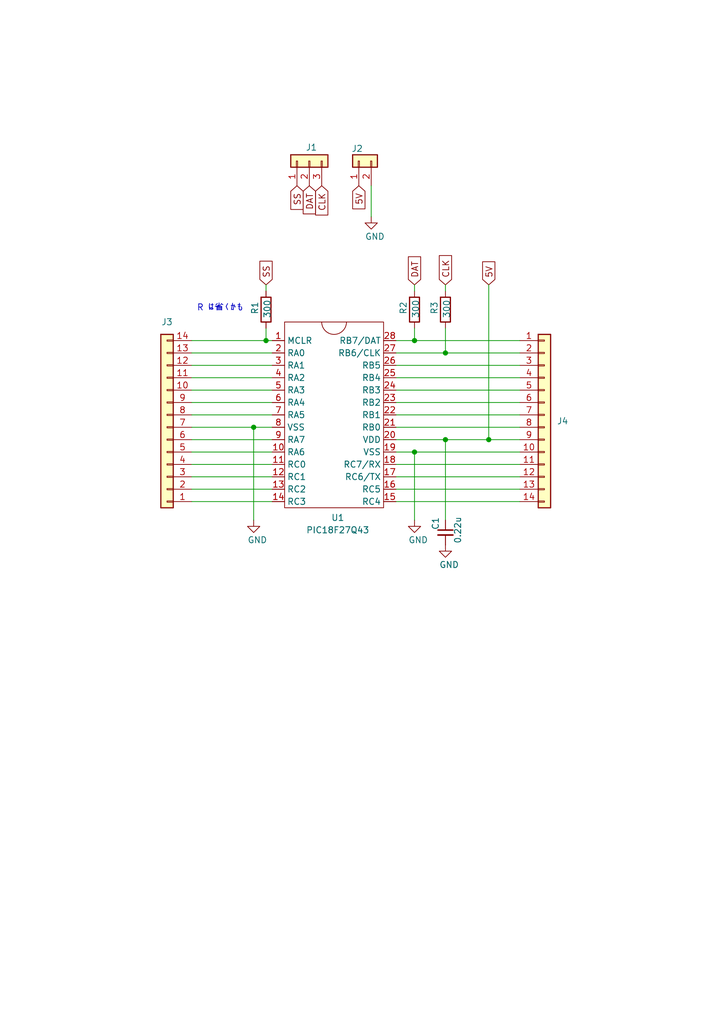
<source format=kicad_sch>
(kicad_sch (version 20250114) (generator "eeschema") (generator_version "9.0")
  (paper "A5" portrait)
  (lib_symbols
    (symbol "0Ore:PIC18F27Q43"
      (property "Reference" "U" (at 0 0 0))
      (symbol "PIC18F27Q43_0_1"
        (rectangle (start -10.16 1.27) (end 10.16 39.37))
        (arc (start 0 36.83) (mid -1.7961 37.5739) (end -2.54 39.37))
        (arc (start 2.54 39.37) (mid 1.7961 37.5739) (end 0 36.83))
      )
      (symbol "PIC18F27Q43_1_1"
        (pin input line (at -12.7 35.56 0) (length 2.54) (name "MCLR") (number "1"))
        (pin input line (at -12.7 33.02 0) (length 2.54) (name "RA0") (number "2"))
        (pin input line (at -12.7 30.48 0) (length 2.54) (name "RA1") (number "3"))
        (pin input line (at -12.7 27.94 0) (length 2.54) (name "RA2") (number "4"))
        (pin input line (at -12.7 25.4 0) (length 2.54) (name "RA3") (number "5"))
        (pin input line (at -12.7 22.86 0) (length 2.54) (name "RA4") (number "6"))
        (pin input line (at -12.7 20.32 0) (length 2.54) (name "RA5") (number "7"))
        (pin input line (at -12.7 17.78 0) (length 2.54) (name "VSS") (number "8"))
        (pin input line (at -12.7 15.24 0) (length 2.54) (name "RA7") (number "9"))
        (pin input line (at -12.7 12.7 0) (length 2.54) (name "RA6") (number "10"))
        (pin input line (at -12.7 10.16 0) (length 2.54) (name "RC0") (number "11"))
        (pin input line (at -12.7 7.62 0) (length 2.54) (name "RC1") (number "12"))
        (pin input line (at -12.7 5.08 0) (length 2.54) (name "RC2") (number "13"))
        (pin input line (at -12.7 2.54 0) (length 2.54) (name "RC3") (number "14"))
        (pin input line (at 12.7 35.56 180) (length 2.54) (name "RB7/DAT") (number "28"))
        (pin input line (at 12.7 33.02 180) (length 2.54) (name "RB6/CLK") (number "27"))
        (pin input line (at 12.7 30.48 180) (length 2.54) (name "RB5") (number "26"))
        (pin input line (at 12.7 27.94 180) (length 2.54) (name "RB4") (number "25"))
        (pin input line (at 12.7 25.4 180) (length 2.54) (name "RB3") (number "24"))
        (pin input line (at 12.7 22.86 180) (length 2.54) (name "RB2") (number "23"))
        (pin input line (at 12.7 20.32 180) (length 2.54) (name "RB1") (number "22"))
        (pin input line (at 12.7 17.78 180) (length 2.54) (name "RB0") (number "21"))
        (pin input line (at 12.7 15.24 180) (length 2.54) (name "VDD") (number "20"))
        (pin input line (at 12.7 12.7 180) (length 2.54) (name "VSS") (number "19"))
        (pin input line (at 12.7 10.16 180) (length 2.54) (name "RC7/RX") (number "18"))
        (pin input line (at 12.7 7.62 180) (length 2.54) (name "RC6/TX") (number "17"))
        (pin input line (at 12.7 5.08 180) (length 2.54) (name "RC5") (number "16"))
        (pin input line (at 12.7 2.54 180) (length 2.54) (name "RC4") (number "15"))
      )
    )
    (symbol "Connector_Generic:Conn_01x02" (pin_names (offset 1.016) (hide yes))
      (property "Reference" "J" (at 0 2.54 0))
      (property "Value" "Conn_01x02" (at 0 -5.08 0))
      (symbol "Conn_01x02_1_1"
        (rectangle (start -1.27 1.27) (end 1.27 -3.81) (stroke (width 0.254)) (fill (type background)))
        (rectangle (start -1.27 0.127) (end 0 -0.127) (stroke (width 0.1524)))
        (rectangle (start -1.27 -2.413) (end 0 -2.667) (stroke (width 0.1524)))
        (pin passive line (at -5.08 0 0) (length 3.81) (name "Pin_1") (number "1"))
        (pin passive line (at -5.08 -2.54 0) (length 3.81) (name "Pin_2") (number "2"))
      )
    )
    (symbol "Connector_Generic:Conn_01x03" (pin_names (offset 1.016) (hide yes))
      (property "Reference" "J" (at 0 5.08 0))
      (property "Value" "Conn_01x03" (at 0 -5.08 0))
      (symbol "Conn_01x03_1_1"
        (rectangle (start -1.27 3.81) (end 1.27 -3.81) (stroke (width 0.254)) (fill (type background)))
        (rectangle (start -1.27 2.667) (end 0 2.413) (stroke (width 0.1524)))
        (rectangle (start -1.27 0.127) (end 0 -0.127) (stroke (width 0.1524)))
        (rectangle (start -1.27 -2.413) (end 0 -2.667) (stroke (width 0.1524)))
        (pin passive line (at -5.08 2.54 0) (length 3.81) (name "Pin_1") (number "1"))
        (pin passive line (at -5.08 0 0) (length 3.81) (name "Pin_2") (number "2"))
        (pin passive line (at -5.08 -2.54 0) (length 3.81) (name "Pin_3") (number "3"))
      )
    )
    (symbol "Connector_Generic:Conn_01x14" (pin_names (offset 1.016) (hide yes))
      (property "Reference" "J" (at 0 17.78 0))
      (property "Value" "Conn_01x14" (at 0 -20.32 0))
      (symbol "Conn_01x14_1_1"
        (rectangle (start -1.27 16.51) (end 1.27 -19.05) (stroke (width 0.254)) (fill (type background)))
        (rectangle (start -1.27 15.367) (end 0 15.113) (stroke (width 0.1524)))
        (rectangle (start -1.27 12.827) (end 0 12.573) (stroke (width 0.1524)))
        (rectangle (start -1.27 10.287) (end 0 10.033) (stroke (width 0.1524)))
        (rectangle (start -1.27 7.747) (end 0 7.493) (stroke (width 0.1524)))
        (rectangle (start -1.27 5.207) (end 0 4.953) (stroke (width 0.1524)))
        (rectangle (start -1.27 2.667) (end 0 2.413) (stroke (width 0.1524)))
        (rectangle (start -1.27 0.127) (end 0 -0.127) (stroke (width 0.1524)))
        (rectangle (start -1.27 -2.413) (end 0 -2.667) (stroke (width 0.1524)))
        (rectangle (start -1.27 -4.953) (end 0 -5.207) (stroke (width 0.1524)))
        (rectangle (start -1.27 -7.493) (end 0 -7.747) (stroke (width 0.1524)))
        (rectangle (start -1.27 -10.033) (end 0 -10.287) (stroke (width 0.1524)))
        (rectangle (start -1.27 -12.573) (end 0 -12.827) (stroke (width 0.1524)))
        (rectangle (start -1.27 -15.113) (end 0 -15.367) (stroke (width 0.1524)))
        (rectangle (start -1.27 -17.653) (end 0 -17.907) (stroke (width 0.1524)))
        (pin passive line (at -5.08 15.24 0) (length 3.81) (name "Pin_1") (number "1"))
        (pin passive line (at -5.08 12.7 0) (length 3.81) (name "Pin_2") (number "2"))
        (pin passive line (at -5.08 10.16 0) (length 3.81) (name "Pin_3") (number "3"))
        (pin passive line (at -5.08 7.62 0) (length 3.81) (name "Pin_4") (number "4"))
        (pin passive line (at -5.08 5.08 0) (length 3.81) (name "Pin_5") (number "5"))
        (pin passive line (at -5.08 2.54 0) (length 3.81) (name "Pin_6") (number "6"))
        (pin passive line (at -5.08 0 0) (length 3.81) (name "Pin_7") (number "7"))
        (pin passive line (at -5.08 -2.54 0) (length 3.81) (name "Pin_8") (number "8"))
        (pin passive line (at -5.08 -5.08 0) (length 3.81) (name "Pin_9") (number "9"))
        (pin passive line (at -5.08 -7.62 0) (length 3.81) (name "Pin_10") (number "10"))
        (pin passive line (at -5.08 -10.16 0) (length 3.81) (name "Pin_11") (number "11"))
        (pin passive line (at -5.08 -12.7 0) (length 3.81) (name "Pin_12") (number "12"))
        (pin passive line (at -5.08 -15.24 0) (length 3.81) (name "Pin_13") (number "13"))
        (pin passive line (at -5.08 -17.78 0) (length 3.81) (name "Pin_14") (number "14"))
      )
    )
    (symbol "Device:C_Small" (pin_numbers (hide yes)) (pin_names (offset 0.254) (hide yes))
      (property "Reference" "C" (at 0.254 1.778 0))
      (property "Value" "C_Small" (at 0.254 -2.032 0))
      (symbol "C_Small_0_1"
        (polyline (pts (xy -1.524 0.508) (xy 1.524 0.508)) (stroke (width 0.3048)))
        (polyline (pts (xy -1.524 -0.508) (xy 1.524 -0.508)) (stroke (width 0.3302)))
      )
      (symbol "C_Small_1_1"
        (pin passive line (at 0 2.54 270) (length 2.032) (name "~") (number "1"))
        (pin passive line (at 0 -2.54 90) (length 2.032) (name "~") (number "2"))
      )
    )
    (symbol "Device:R" (pin_numbers (hide yes)) (pin_names (offset 0))
      (property "Reference" "R" (at 2.032 0 90))
      (property "Value" "R" (at 0 0 90))
      (symbol "R_0_1"
        (rectangle (start -1.016 -2.54) (end 1.016 2.54) (stroke (width 0.254)))
      )
      (symbol "R_1_1"
        (pin passive line (at 0 3.81 270) (length 1.27) (name "~") (number "1"))
        (pin passive line (at 0 -3.81 90) (length 1.27) (name "~") (number "2"))
      )
    )
    (symbol "power:GND" (power) (pin_numbers (hide yes)) (pin_names (offset 0) (hide yes))
      (property "Value" "GND" (at 0 -3.81 0))
      (symbol "GND_0_1"
        (polyline (pts (xy 0 0) (xy 0 -1.27) (xy 1.27 -1.27) (xy 0 -2.54) (xy -1.27 -1.27) (xy 0 -1.27)))
      )
      (symbol "GND_1_1"
        (pin power_in line (at 0 0 270) (length 0) (name "~") (number "1"))
      )
    )
  )
  (text "R は省くかも" (at 45.212 63.246 0) (effects (font (size 1.27 1.27))))
  (junction (at 91.44 90.17))
  (junction (at 52.07 87.63))
  (junction (at 54.61 69.85))
  (junction (at 100.33 90.17))
  (junction (at 91.44 72.39))
  (junction (at 85.09 92.71))
  (junction (at 85.09 69.85))
  (wire (pts (xy 81.28 74.93) (xy 106.68 74.93)))
  (wire (pts (xy 91.44 58.42) (xy 91.44 59.69)))
  (wire (pts (xy 91.44 90.17) (xy 100.33 90.17)))
  (wire (pts (xy 39.37 72.39) (xy 55.88 72.39)))
  (wire (pts (xy 81.28 87.63) (xy 106.68 87.63)))
  (wire (pts (xy 39.37 74.93) (xy 55.88 74.93)))
  (wire (pts (xy 54.61 67.31) (xy 54.61 69.85)))
  (wire (pts (xy 39.37 92.71) (xy 55.88 92.71)))
  (wire (pts (xy 81.28 80.01) (xy 106.68 80.01)))
  (wire (pts (xy 39.37 97.79) (xy 55.88 97.79)))
  (wire (pts (xy 85.09 106.68) (xy 85.09 92.71)))
  (wire (pts (xy 76.2 38.1) (xy 76.2 44.45)))
  (wire (pts (xy 81.28 69.85) (xy 85.09 69.85)))
  (wire (pts (xy 39.37 90.17) (xy 55.88 90.17)))
  (wire (pts (xy 39.37 102.87) (xy 55.88 102.87)))
  (wire (pts (xy 39.37 85.09) (xy 55.88 85.09)))
  (wire (pts (xy 85.09 69.85) (xy 85.09 67.31)))
  (wire (pts (xy 81.28 100.33) (xy 106.68 100.33)))
  (wire (pts (xy 39.37 87.63) (xy 52.07 87.63)))
  (wire (pts (xy 39.37 69.85) (xy 54.61 69.85)))
  (wire (pts (xy 52.07 87.63) (xy 55.88 87.63)))
  (wire (pts (xy 81.28 102.87) (xy 106.68 102.87)))
  (wire (pts (xy 81.28 82.55) (xy 106.68 82.55)))
  (wire (pts (xy 54.61 69.85) (xy 55.88 69.85)))
  (wire (pts (xy 81.28 77.47) (xy 106.68 77.47)))
  (wire (pts (xy 85.09 92.71) (xy 81.28 92.71)))
  (wire (pts (xy 85.09 69.85) (xy 106.68 69.85)))
  (wire (pts (xy 54.61 58.42) (xy 54.61 59.69)))
  (wire (pts (xy 39.37 95.25) (xy 55.88 95.25)))
  (wire (pts (xy 81.28 90.17) (xy 91.44 90.17)))
  (wire (pts (xy 39.37 77.47) (xy 55.88 77.47)))
  (wire (pts (xy 91.44 90.17) (xy 91.44 106.68)))
  (wire (pts (xy 81.28 97.79) (xy 106.68 97.79)))
  (wire (pts (xy 39.37 80.01) (xy 55.88 80.01)))
  (wire (pts (xy 91.44 67.31) (xy 91.44 72.39)))
  (wire (pts (xy 81.28 95.25) (xy 106.68 95.25)))
  (wire (pts (xy 39.37 82.55) (xy 55.88 82.55)))
  (wire (pts (xy 91.44 72.39) (xy 106.68 72.39)))
  (wire (pts (xy 52.07 106.68) (xy 52.07 87.63)))
  (wire (pts (xy 100.33 58.42) (xy 100.33 90.17)))
  (wire (pts (xy 81.28 72.39) (xy 91.44 72.39)))
  (wire (pts (xy 85.09 59.69) (xy 85.09 58.42)))
  (wire (pts (xy 81.28 85.09) (xy 106.68 85.09)))
  (wire (pts (xy 39.37 100.33) (xy 55.88 100.33)))
  (wire (pts (xy 85.09 92.71) (xy 106.68 92.71)))
  (wire (pts (xy 100.33 90.17) (xy 106.68 90.17)))
  (global_label "5V" (shape input) (at 73.66 38.1 270) (property "Intersheetrefs" "${INTERSHEET_REFS}" (effects (hide yes))))
  (global_label "CLK" (shape input) (at 91.44 58.42 90) (property "Intersheetrefs" "${INTERSHEET_REFS}" (effects (hide yes))))
  (global_label "5V" (shape input) (at 100.33 58.42 90) (property "Intersheetrefs" "${INTERSHEET_REFS}" (effects (hide yes))))
  (global_label "CLK" (shape input) (at 66.04 38.1 270) (property "Intersheetrefs" "${INTERSHEET_REFS}" (effects (hide yes))))
  (global_label "DAT" (shape input) (at 85.09 58.42 90) (property "Intersheetrefs" "${INTERSHEET_REFS}" (effects (hide yes))))
  (global_label "SS" (shape input) (at 54.61 58.42 90) (property "Intersheetrefs" "${INTERSHEET_REFS}" (effects (hide yes))))
  (global_label "DAT" (shape input) (at 63.5 38.1 270) (property "Intersheetrefs" "${INTERSHEET_REFS}" (effects (hide yes))))
  (global_label "SS" (shape input) (at 60.96 38.1 270) (property "Intersheetrefs" "${INTERSHEET_REFS}" (effects (hide yes))))
  (symbol (lib_id "Connector_Generic:Conn_01x03") (at 63.5 33.02 90) (unit 1)
    (property "Reference" "J1" (at 62.738 30.226 90) (effects (justify right)))
    (property "Value" "Conn_01x03" (effects (hide yes)))
    (property "Description" "Generic connector, single row, 01x03, script generated (kicad-library-utils/schlib/autogen/connector/)" (effects (hide yes)))
  )
  (symbol (lib_id "Connector_Generic:Conn_01x14") (at 111.76 85.09 0) (unit 1)
    (property "Reference" "J4" (at 114.3 86.3599 0) (effects (justify left)))
    (property "Value" "Conn_01x14" (effects (hide yes)))
    (property "Description" "Generic connector, single row, 01x14, script generated (kicad-library-utils/schlib/autogen/connector/)" (effects (hide yes)))
  )
  (symbol (lib_id "Connector_Generic:Conn_01x14") (at 34.29 87.63 180) (unit 1)
    (property "Reference" "J3" (at 34.29 66.04 0))
    (property "Value" "Conn_01x14" (effects (hide yes)))
    (property "Description" "Generic connector, single row, 01x14, script generated (kicad-library-utils/schlib/autogen/connector/)" (effects (hide yes)))
  )
  (symbol (lib_id "power:GND") (at 85.09 106.68 0) (unit 1)
    (property "Reference" "#PWR03" (effects (hide yes)))
    (property "Value" "GND" (at 85.852 110.744 0))
    (property "Description" "Power symbol creates a global label with name \"GND\" , ground" (effects (hide yes)))
  )
  (symbol (lib_id "power:GND") (at 91.44 111.76 0) (unit 1)
    (property "Reference" "#PWR05" (effects (hide yes)))
    (property "Value" "GND" (at 92.202 115.824 0))
    (property "Description" "Power symbol creates a global label with name \"GND\" , ground" (effects (hide yes)))
  )
  (symbol (lib_id "Device:R") (at 91.44 63.5 0) (unit 1)
    (property "Reference" "R3" (at 89.154 64.516 90) (effects (justify left)))
    (property "Value" "300" (at 91.694 65.278 90) (effects (justify left)))
    (property "Description" "Resistor" (effects (hide yes)))
  )
  (symbol (lib_id "Device:R") (at 85.09 63.5 0) (unit 1)
    (property "Reference" "R2" (at 82.804 64.516 90) (effects (justify left)))
    (property "Value" "300" (at 85.344 65.278 90) (effects (justify left)))
    (property "Description" "Resistor" (effects (hide yes)))
  )
  (symbol (lib_id "0Ore:PIC18F27Q43") (at 68.58 105.41 0) (unit 1)
    (property "Reference" "U1" (at 69.342 106.172 0))
    (property "Value" "PIC18F27Q43" (at 69.342 108.712 0))
  )
  (symbol (lib_id "power:GND") (at 76.2 44.45 0) (unit 1)
    (property "Reference" "#PWR01" (effects (hide yes)))
    (property "Value" "GND" (at 76.962 48.514 0))
    (property "Description" "Power symbol creates a global label with name \"GND\" , ground" (effects (hide yes)))
  )
  (symbol (lib_id "Device:R") (at 54.61 63.5 0) (unit 1)
    (property "Reference" "R1" (at 52.324 64.516 90) (effects (justify left)))
    (property "Value" "300" (at 54.864 65.278 90) (effects (justify left)))
    (property "Description" "Resistor" (effects (hide yes)))
  )
  (symbol (lib_id "Connector_Generic:Conn_01x02") (at 73.66 33.02 90) (unit 1)
    (property "Reference" "J2" (at 72.136 30.48 90) (effects (justify right)))
    (property "Description" "Generic connector, single row, 01x02, script generated (kicad-library-utils/schlib/autogen/connector/)" (effects (hide yes)))
  )
  (symbol (lib_id "power:GND") (at 52.07 106.68 0) (unit 1)
    (property "Reference" "#PWR02" (effects (hide yes)))
    (property "Value" "GND" (at 52.832 110.744 0))
    (property "Description" "Power symbol creates a global label with name \"GND\" , ground" (effects (hide yes)))
  )
  (symbol (lib_id "Device:C_Small") (at 91.44 109.22 0) (unit 1)
    (property "Reference" "C1" (at 89.408 108.712 90) (effects (justify left)))
    (property "Value" "0.22u" (at 93.98 111.506 90) (effects (justify left)))
    (property "Description" "Unpolarized capacitor, small symbol" (effects (hide yes)))
  )
)
</source>
